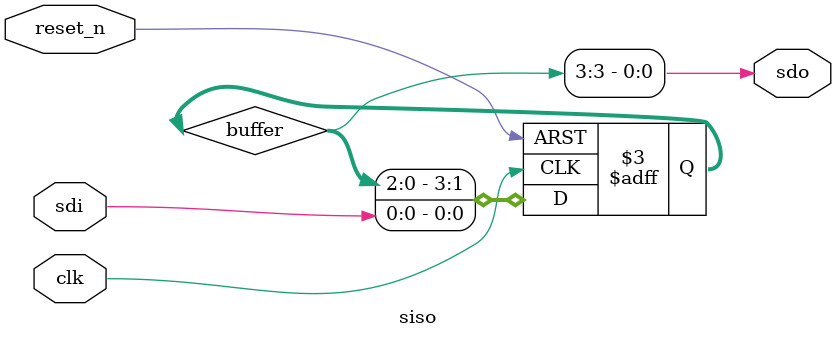
<source format=sv>
`timescale 1ns / 1ps

parameter n=4;
module siso(
	input logic reset_n,
	input logic clk,
    input logic sdi, // serial data in
	output logic sdo // serial data out
    );
	
	// Internal 4 bits wide register
	logic [n-1:0] buffer;
	
	// Async negative reset is used
	// The input data is the same as the output data
	always @(posedge clk or negedge reset_n) begin
	    if (!reset_n)
		    buffer <= 4'b0;
	    else
		    buffer[n-1:0] <= {buffer[n-2:0], sdi};
	end

    // Connect the sdo net to the register MSB
    assign sdo = buffer[n-1];

endmodule

</source>
